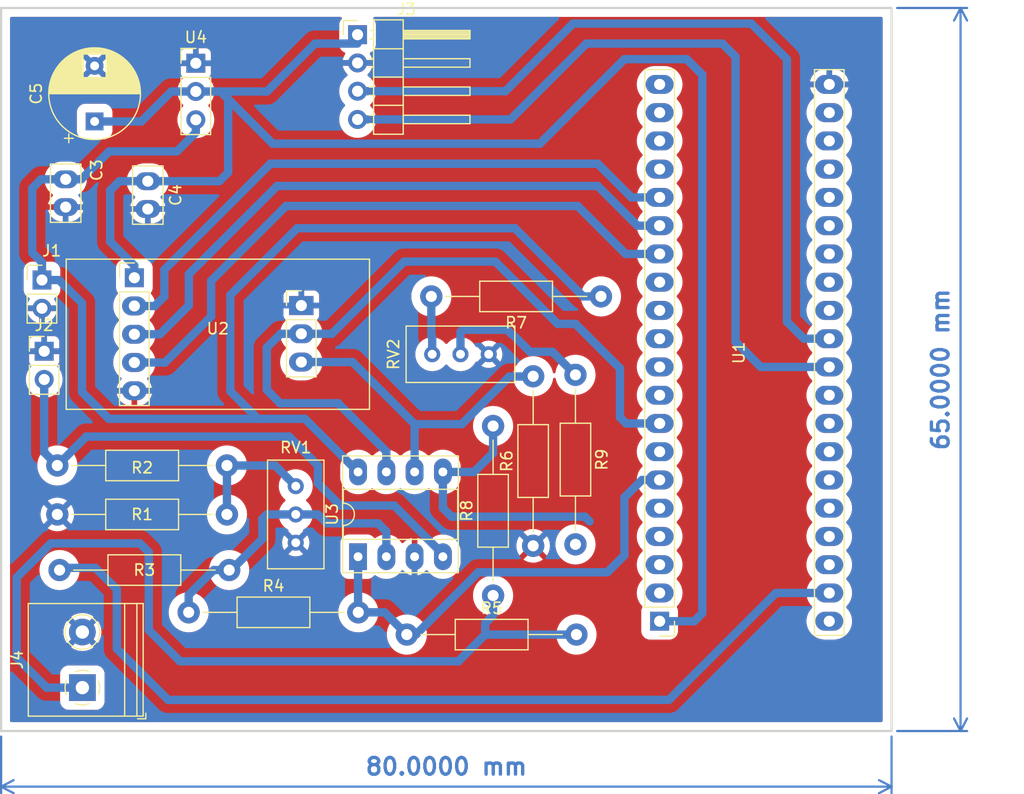
<source format=kicad_pcb>
(kicad_pcb (version 20211014) (generator pcbnew)
  (layers (0 "F.Cu" signal) (31 "B.Cu" signal) (34 "B.Paste" user) (35 "F.Paste" user) (36 "B.SilkS" user "B.Silkscreen") (37 "F.SilkS" user "F.Silkscreen") (38 "B.Mask" user) (39 "F.Mask" user) (44 "Edge.Cuts" user))
  (net 0 "")
  (net 1 "+BATT")
  (net 2 "GND")
  (net 3 "Net-(R1-Pad2)")
  (net 4 "+3.3V")
  (net 5 "-BATT")
  (net 6 "/RX")
  (net 7 "/TX")
  (net 8 "/generated_signal")
  (net 9 "Net-(R3-Pad1)")
  (net 10 "/V_DAC")
  (net 11 "/Signal_i")
  (net 12 "/POT+")
  (net 33 "/POT_U{slash}D")
  (net 34 "/POT_INC")
  (net 35 "/POT_CS")
  (net 39 "/POT_V")
  (net 46 "Net-(R7-Pad2)")
  (net 47 "Net-(U3-Pad5)")
  (net 48 "Net-(R9-Pad1)")
  (footprint "Resistor_THT:R_Axial_DIN0207_L6.3mm_D2.5mm_P15.24mm_Horizontal" (layer "F.Cu") (at 43.89 106.93 180)
    (fp_text reference "R3" (at 7.62 0) (layer "F.SilkS"))
    (fp_text value "100k")
    (pad "1" thru_hole circle (at 0 0 180) (size 2 2) (drill 1) (layers *.Cu *.Mask) (net 9 "Net-(R3-Pad1)"))
    (pad "2" thru_hole circle (at 15.24 0 180) (size 2 2) (drill 1) (layers *.Cu *.Mask) (net 10 "/V_DAC"))
  )
  (footprint "Potentiometer_THT:Potentiometer_Bourns_3386C_Horizontal" (layer "F.Cu") (at 62.13 87.53 90)
    (fp_text reference "RV2" (at 0 -3.475 90) (layer "F.SilkS"))
    (fp_text value "10k")
    (pad "1" thru_hole circle (at 0 0 90) (size 1.44 1.44) (drill 0.8) (layers *.Cu *.Mask) (net 46 "Net-(R7-Pad2)"))
    (pad "2" thru_hole circle (at 0 2.54 90) (size 1.44 1.44) (drill 0.8) (layers *.Cu *.Mask) (net 48 "Net-(R9-Pad1)"))
    (pad "3" thru_hole circle (at 0 5.08 90) (size 1.44 1.44) (drill 0.8) (layers *.Cu *.Mask) (net 2 "GND"))
  )
  (footprint "Package_DIP:DIP-8_W7.62mm_Socket_LongPads" (layer "F.Cu") (at 55.47 105.73 90)
    (fp_text reference "U3" (at 3.81 -2.33 90) (layer "F.SilkS"))
    (fp_text value "MC33202")
    (pad "1" thru_hole rect (at 0 0 90) (size 2.4 1.6) (drill 0.8) (layers *.Cu *.Mask) (net 11 "/Signal_i"))
    (pad "2" thru_hole oval (at 0 2.54 90) (size 2.4 1.6) (drill 0.8) (layers *.Cu *.Mask) (net 9 "Net-(R3-Pad1)"))
    (pad "3" thru_hole oval (at 0 5.08 90) (size 2.4 1.6) (drill 0.8) (layers *.Cu *.Mask) (net 2 "GND"))
    (pad "4" thru_hole oval (at 0 7.62 90) (size 2.4 1.6) (drill 0.8) (layers *.Cu *.Mask) (net 5 "-BATT"))
    (pad "5" thru_hole oval (at 7.62 7.62 90) (size 2.4 1.6) (drill 0.8) (layers *.Cu *.Mask) (net 47 "Net-(U3-Pad5)"))
    (pad "6" thru_hole oval (at 7.62 5.08 90) (size 2.4 1.6) (drill 0.8) (layers *.Cu *.Mask) (net 12 "/POT+"))
    (pad "7" thru_hole oval (at 7.62 2.54 90) (size 2.4 1.6) (drill 0.8) (layers *.Cu *.Mask) (net 39 "/POT_V"))
    (pad "8" thru_hole oval (at 7.62 0 90) (size 2.4 1.6) (drill 0.8) (layers *.Cu *.Mask) (net 1 "+BATT"))
  )
  (footprint "Resistor_THT:R_Axial_DIN0207_L6.3mm_D2.5mm_P15.24mm_Horizontal" (layer "F.Cu") (at 28.45 101.93)
    (fp_text reference "R1" (at 7.62 0) (layer "F.SilkS"))
    (fp_text value "180k")
    (pad "1" thru_hole circle (at 0 0) (size 2 2) (drill 1) (layers *.Cu *.Mask) (net 2 "GND"))
    (pad "2" thru_hole circle (at 15.24 0) (size 2 2) (drill 1) (layers *.Cu *.Mask) (net 3 "Net-(R1-Pad2)"))
  )
  (footprint "Capacitor_THT:C_Disc_D5.0mm_W2.5mm_P2.50mm" (layer "F.Cu") (at 36.578825 71.971174 -90)
    (fp_text reference "C4" (at 1.25 -2.5 90) (layer "F.SilkS"))
    (fp_text value "100n")
    (pad "1" thru_hole oval (at 0 0 270) (size 1.6 2.2) (drill 1) (layers *.Cu *.Mask) (net 4 "+3.3V"))
    (pad "2" thru_hole oval (at 2.5 0 270) (size 1.6 2.2) (drill 1) (layers *.Cu *.Mask) (net 2 "GND"))
  )
  (footprint "RLC_meter:X9Cxxx" (layer "F.Cu") (at 42.87 85.73)
    (fp_text reference "U2" (at 0 -0.5 unlocked) (layer "F.SilkS"))
    (fp_text value "X9Cxxx")
    (pad "1" thru_hole oval (at -7.5 0) (size 2.2 1.7) (drill 1) (layers *.Cu *.Mask) (net 34 "/POT_INC"))
    (pad "2" thru_hole oval (at -7.5 2.54) (size 2.2 1.7) (drill 1) (layers *.Cu *.Mask) (net 33 "/POT_U{slash}D"))
    (pad "3" thru_hole oval (at 7.5 2.5) (size 2.2 1.7) (drill 1) (layers *.Cu *.Mask) (net 12 "/POT+"))
    (pad "4" thru_hole oval (at -7.5 5.08) (size 2.2 1.7) (drill 1) (layers *.Cu *.Mask) (net 2 "GND"))
    (pad "5" thru_hole oval (at 7.5 -0.04) (size 2.2 1.7) (drill 1) (layers *.Cu *.Mask) (net 39 "/POT_V"))
    (pad "6" thru_hole rect (at 7.5 -2.58) (size 2.2 1.7) (drill 1) (layers *.Cu *.Mask) (net 2 "GND"))
    (pad "7" thru_hole oval (at -7.5 -2.54) (size 2.2 1.7) (drill 1) (layers *.Cu *.Mask) (net 35 "/POT_CS"))
    (pad "8" thru_hole rect (at -7.5 -5.08) (size 1.7 1.7) (drill 1) (layers *.Cu *.Mask) (net 4 "+3.3V"))
  )
  (footprint "Capacitor_THT:CP_Radial_D8.0mm_P5.00mm" (layer "F.Cu") (at 31.8 66.602651 90)
    (fp_text reference "C5" (at 2.5 -5.25 90) (layer "F.SilkS"))
    (fp_text value "100u")
    (pad "1" thru_hole rect (at 0 0 90) (size 1.6 1.6) (drill 0.8) (layers *.Cu *.Mask) (net 4 "+3.3V"))
    (pad "2" thru_hole circle (at 5 0 90) (size 1.6 1.6) (drill 0.8) (layers *.Cu *.Mask) (net 2 "GND"))
  )
  (footprint "Resistor_THT:R_Axial_DIN0207_L6.3mm_D2.5mm_P15.24mm_Horizontal" (layer "F.Cu") (at 75 89.38 -90)
    (fp_text reference "R9" (at 7.62 -2.37 90) (layer "F.SilkS"))
    (fp_text value "100k")
    (pad "1" thru_hole circle (at 0 0 270) (size 2 2) (drill 1) (layers *.Cu *.Mask) (net 48 "Net-(R9-Pad1)"))
    (pad "2" thru_hole circle (at 15.24 0 270) (size 2 2) (drill 1) (layers *.Cu *.Mask) (net 47 "Net-(U3-Pad5)"))
  )
  (footprint "Connector_PinHeader_2.54mm:PinHeader_1x02_P2.54mm_Vertical" (layer "F.Cu") (at 27.07 80.855)
    (fp_text reference "J1" (at 0.875 -2.63) (layer "F.SilkS"))
    (fp_text value "Batt1")
    (pad "1" thru_hole rect (at 0 0) (size 1.7 1.7) (drill 1) (layers *.Cu *.Mask) (net 1 "+BATT"))
    (pad "2" thru_hole oval (at 0 2.54) (size 1.7 1.7) (drill 1) (layers *.Cu *.Mask) (net 2 "GND"))
  )
  (footprint "Connector_PinHeader_2.54mm:PinHeader_1x03_P2.54mm_Vertical" (layer "F.Cu") (at 40.892708 61.366174)
    (fp_text reference "U4" (at 0 -2.33) (layer "F.SilkS"))
    (fp_text value "AMS1117-3.3")
    (pad "1" thru_hole rect (at 0 0) (size 1.7 1.7) (drill 1) (layers *.Cu *.Mask) (net 2 "GND"))
    (pad "2" thru_hole oval (at 0 2.54) (size 1.7 1.7) (drill 1) (layers *.Cu *.Mask) (net 4 "+3.3V"))
    (pad "3" thru_hole oval (at 0 5.08) (size 1.7 1.7) (drill 1) (layers *.Cu *.Mask) (net 1 "+BATT"))
  )
  (footprint "Resistor_THT:R_Axial_DIN0207_L6.3mm_D2.5mm_P15.24mm_Horizontal" (layer "F.Cu") (at 71.2 104.75 90)
    (fp_text reference "R6" (at 7.62 -2.37 90) (layer "F.SilkS"))
    (fp_text value "33")
    (pad "1" thru_hole circle (at 0 0 90) (size 2 2) (drill 1) (layers *.Cu *.Mask) (net 2 "GND"))
    (pad "2" thru_hole circle (at 15.24 0 90) (size 2 2) (drill 1) (layers *.Cu *.Mask) (net 12 "/POT+"))
  )
  (footprint "Potentiometer_THT:Potentiometer_Bourns_3386C_Horizontal" (layer "F.Cu") (at 49.87 99.39)
    (fp_text reference "RV1" (at 0 -3.475) (layer "F.SilkS"))
    (fp_text value "10k")
    (pad "1" thru_hole circle (at 0 0) (size 1.44 1.44) (drill 0.8) (layers *.Cu *.Mask) (net 3 "Net-(R1-Pad2)"))
    (pad "2" thru_hole circle (at 0 2.54) (size 1.44 1.44) (drill 0.8) (layers *.Cu *.Mask) (net 9 "Net-(R3-Pad1)"))
    (pad "3" thru_hole circle (at 0 5.08) (size 1.44 1.44) (drill 0.8) (layers *.Cu *.Mask) (net 2 "GND"))
  )
  (footprint "TerminalBlock_Philmore:TerminalBlock_Philmore_TB132_1x02_P5.00mm_Horizontal" (layer "F.Cu") (at 30.7 117.5 90)
    (fp_text reference "J4" (at 2.5 -5.86 90) (layer "F.SilkS"))
    (fp_text value "Load_terminal")
    (pad "1" thru_hole rect (at 0 0 90) (size 2.4 2.4) (drill 1.2) (layers *.Cu *.Mask) (net 8 "/generated_signal"))
    (pad "2" thru_hole circle (at 5 0 90) (size 2.4 2.4) (drill 1.2) (layers *.Cu *.Mask) (net 2 "GND"))
  )
  (footprint "Resistor_THT:R_Axial_DIN0207_L6.3mm_D2.5mm_P15.24mm_Horizontal" (layer "F.Cu") (at 67.6 109.22 90)
    (fp_text reference "R8" (at 7.62 -2.37 90) (layer "F.SilkS"))
    (fp_text value "100k")
    (pad "1" thru_hole circle (at 0 0 90) (size 2 2) (drill 1) (layers *.Cu *.Mask) (net 8 "/generated_signal"))
    (pad "2" thru_hole circle (at 15.24 0 90) (size 2 2) (drill 1) (layers *.Cu *.Mask) (net 47 "Net-(U3-Pad5)"))
  )
  (footprint "Connector_PinHeader_2.54mm:PinHeader_1x04_P2.54mm_Horizontal" (layer "F.Cu") (at 55.425 58.8)
    (fp_text reference "J3" (at 4.385 -2.27) (layer "F.SilkS"))
    (fp_text value "HC05")
    (pad "1" thru_hole rect (at 0 0) (size 1.7 1.7) (drill 1) (layers *.Cu *.Mask) (net 4 "+3.3V"))
    (pad "2" thru_hole oval (at 0 2.54) (size 1.7 1.7) (drill 1) (layers *.Cu *.Mask) (net 2 "GND"))
    (pad "3" thru_hole oval (at 0 5.08) (size 1.7 1.7) (drill 1) (layers *.Cu *.Mask) (net 6 "/RX"))
    (pad "4" thru_hole oval (at 0 7.62) (size 1.7 1.7) (drill 1) (layers *.Cu *.Mask) (net 7 "/TX"))
  )
  (footprint "Resistor_THT:R_Axial_DIN0207_L6.3mm_D2.5mm_P15.24mm_Horizontal" (layer "F.Cu") (at 40.25 110.73)
    (fp_text reference "R4" (at 7.62 -2.37) (layer "F.SilkS"))
    (fp_text value "100k")
    (pad "1" thru_hole circle (at 0 0) (size 2 2) (drill 1) (layers *.Cu *.Mask) (net 9 "Net-(R3-Pad1)"))
    (pad "2" thru_hole circle (at 15.24 0) (size 2 2) (drill 1) (layers *.Cu *.Mask) (net 11 "/Signal_i"))
  )
  (footprint "RLC_meter:LPC845" (layer "F.Cu") (at 90.183883 87.4 90)
    (fp_text reference "U1" (at 0 -0.5 90 unlocked) (layer "F.SilkS"))
    (fp_text value "LPC845")
    (pad "1" thru_hole oval (at -24.13 7.62 180) (size 2.5 1.7) (drill 1) (layers *.Cu *.Mask))
    (pad "2" thru_hole oval (at -21.59 7.62 180) (size 2.5 1.7) (drill 1) (layers *.Cu *.Mask) (net 10 "/V_DAC"))
    (pad "3" thru_hole oval (at -19.05 7.62 180) (size 2.5 1.7) (drill 1) (layers *.Cu *.Mask))
    (pad "4" thru_hole oval (at -16.51 7.62 180) (size 2.5 1.7) (drill 1) (layers *.Cu *.Mask))
    (pad "5" thru_hole oval (at -13.97 7.62 180) (size 2.5 1.7) (drill 1) (layers *.Cu *.Mask))
    (pad "6" thru_hole oval (at -11.43 7.62 180) (size 2.5 1.7) (drill 1) (layers *.Cu *.Mask))
    (pad "7" thru_hole oval (at -8.89 7.62 180) (size 2.5 1.7) (drill 1) (layers *.Cu *.Mask))
    (pad "8" thru_hole oval (at -6.35 7.62 180) (size 2.5 1.7) (drill 1) (layers *.Cu *.Mask))
    (pad "9" thru_hole oval (at -3.81 7.62 180) (size 2.5 1.7) (drill 1) (layers *.Cu *.Mask))
    (pad "10" thru_hole oval (at -1.27 7.62 180) (size 2.5 1.7) (drill 1) (layers *.Cu *.Mask) (net 7 "/TX"))
    (pad "11" thru_hole oval (at 1.27 7.62 180) (size 2.5 1.7) (drill 1) (layers *.Cu *.Mask) (net 6 "/RX"))
    (pad "12" thru_hole oval (at 3.81 7.62 180) (size 2.5 1.7) (drill 1) (layers *.Cu *.Mask))
    (pad "13" thru_hole oval (at 6.35 7.62 180) (size 2.5 1.7) (drill 1) (layers *.Cu *.Mask))
    (pad "14" thru_hole oval (at 8.89 7.62 180) (size 2.5 1.7) (drill 1) (layers *.Cu *.Mask))
    (pad "15" thru_hole oval (at 11.43 7.62 180) (size 2.5 1.7) (drill 1) (layers *.Cu *.Mask))
    (pad "16" thru_hole oval (at 13.97 7.62 180) (size 2.5 1.7) (drill 1) (layers *.Cu *.Mask))
    (pad "17" thru_hole oval (at 16.51 7.62 180) (size 2.5 1.7) (drill 1) (layers *.Cu *.Mask))
    (pad "18" thru_hole oval (at 19.05 7.62 180) (size 2.5 1.7) (drill 1) (layers *.Cu *.Mask))
    (pad "19" thru_hole oval (at 21.59 7.62 180) (size 2.5 1.7) (drill 1) (layers *.Cu *.Mask))
    (pad "20" thru_hole oval (at 24.13 7.62 180) (size 2.5 1.7) (drill 1) (layers *.Cu *.Mask) (net 2 "GND"))
    (pad "21" thru_hole oval (at 24.13 -7.62 180) (size 2.5 1.7) (drill 1) (layers *.Cu *.Mask))
    (pad "22" thru_hole oval (at 21.59 -7.62 180) (size 2.5 1.7) (drill 1) (layers *.Cu *.Mask))
    (pad "23" thru_hole oval (at 19.05 -7.62 180) (size 2.5 1.7) (drill 1) (layers *.Cu *.Mask))
    (pad "24" thru_hole oval (at 16.51 -7.62 180) (size 2.5 1.7) (drill 1) (layers *.Cu *.Mask))
    (pad "25" thru_hole oval (at 13.97 -7.62 180) (size 2.5 1.7) (drill 1) (layers *.Cu *.Mask) (net 35 "/POT_CS"))
    (pad "26" thru_hole oval (at 11.43 -7.62 180) (size 2.5 1.7) (drill 1) (layers *.Cu *.Mask) (net 34 "/POT_INC"))
    (pad "27" thru_hole oval (at 8.89 -7.62 180) (size 2.5 1.7) (drill 1) (layers *.Cu *.Mask) (net 33 "/POT_U{slash}D"))
    (pad "28" thru_hole oval (at 6.35 -7.62 180) (size 2.5 1.7) (drill 1) (layers *.Cu *.Mask))
    (pad "29" thru_hole oval (at 3.81 -7.62 180) (size 2.5 1.7) (drill 1) (layers *.Cu *.Mask))
    (pad "30" thru_hole oval (at 1.27 -7.62 180) (size 2.5 1.7) (drill 1) (layers *.Cu *.Mask))
    (pad "31" thru_hole oval (at -1.27 -7.62 180) (size 2.5 1.7) (drill 1) (layers *.Cu *.Mask))
    (pad "32" thru_hole oval (at -3.81 -7.62 180) (size 2.5 1.7) (drill 1) (layers *.Cu *.Mask))
    (pad "33" thru_hole oval (at -6.35 -7.62 180) (size 2.5 1.7) (drill 1) (layers *.Cu *.Mask) (net 39 "/POT_V"))
    (pad "34" thru_hole oval (at -8.89 -7.62 180) (size 2.5 1.7) (drill 1) (layers *.Cu *.Mask))
    (pad "35" thru_hole oval (at -11.43 -7.62 180) (size 2.5 1.7) (drill 1) (layers *.Cu *.Mask) (net 11 "/Signal_i"))
    (pad "36" thru_hole oval (at -13.97 -7.62 180) (size 2.5 1.7) (drill 1) (layers *.Cu *.Mask))
    (pad "37" thru_hole oval (at -16.51 -7.62 180) (size 2.5 1.7) (drill 1) (layers *.Cu *.Mask))
    (pad "38" thru_hole oval (at -19.05 -7.62 180) (size 2.5 1.7) (drill 1) (layers *.Cu *.Mask))
    (pad "39" thru_hole oval (at -21.59 -7.62 180) (size 2.5 1.7) (drill 1) (layers *.Cu *.Mask))
    (pad "40" thru_hole rect (at -24.13 -7.62 180) (size 1.7 1.7) (drill 1) (layers *.Cu *.Mask) (net 4 "+3.3V"))
  )
  (footprint "Capacitor_THT:C_Disc_D5.0mm_W2.5mm_P2.50mm" (layer "F.Cu") (at 29.2 71.8 -90)
    (fp_text reference "C3" (at -0.82 -2.786117 90) (layer "F.SilkS"))
    (fp_text value "100n")
    (pad "1" thru_hole oval (at 0 0 270) (size 1.6 2.2) (drill 1) (layers *.Cu *.Mask) (net 1 "+BATT"))
    (pad "2" thru_hole oval (at 2.5 0 270) (size 1.6 2.2) (drill 1) (layers *.Cu *.Mask) (net 2 "GND"))
  )
  (footprint "Resistor_THT:R_Axial_DIN0207_L6.3mm_D2.5mm_P15.24mm_Horizontal" (layer "F.Cu") (at 59.85 112.73)
    (fp_text reference "R5" (at 7.62 -2.37) (layer "F.SilkS"))
    (fp_text value "470")
    (pad "1" thru_hole circle (at 0 0) (size 2 2) (drill 1) (layers *.Cu *.Mask) (net 11 "/Signal_i"))
    (pad "2" thru_hole circle (at 15.24 0) (size 2 2) (drill 1) (layers *.Cu *.Mask) (net 8 "/generated_signal"))
  )
  (footprint "Resistor_THT:R_Axial_DIN0207_L6.3mm_D2.5mm_P15.24mm_Horizontal" (layer "F.Cu") (at 77.29 82.33 180)
    (fp_text reference "R7" (at 7.62 -2.37) (layer "F.SilkS"))
    (fp_text value "150k")
    (pad "1" thru_hole circle (at 0 0 180) (size 2 2) (drill 1) (layers *.Cu *.Mask) (net 1 "+BATT"))
    (pad "2" thru_hole circle (at 15.24 0 180) (size 2 2) (drill 1) (layers *.Cu *.Mask) (net 46 "Net-(R7-Pad2)"))
  )
  (footprint "Resistor_THT:R_Axial_DIN0207_L6.3mm_D2.5mm_P15.24mm_Horizontal" (layer "F.Cu") (at 43.69 97.53 180)
    (fp_text reference "R2" (at 7.62 -0.2) (layer "F.SilkS"))
    (fp_text value "4.7k")
    (pad "1" thru_hole circle (at 0 0 180) (size 2 2) (drill 1) (layers *.Cu *.Mask) (net 3 "Net-(R1-Pad2)"))
    (pad "2" thru_hole circle (at 15.24 0 180) (size 2 2) (drill 1) (layers *.Cu *.Mask) (net 5 "-BATT"))
  )
  (footprint "Connector_PinHeader_2.54mm:PinHeader_1x02_P2.54mm_Vertical" (layer "F.Cu") (at 27.27 87.255)
    (fp_text reference "J2" (at 0 -2.33) (layer "F.SilkS"))
    (fp_text value "Batt2")
    (pad "1" thru_hole rect (at 0 0) (size 1.7 1.7) (drill 1) (layers *.Cu *.Mask) (net 2 "GND"))
    (pad "2" thru_hole oval (at 0 2.54) (size 1.7 1.7) (drill 1) (layers *.Cu *.Mask) (net 5 "-BATT"))
  )
  (gr_line (start 103.4 56.4) (end 23.4 56.4) (layer "Edge.Cuts") (width 0.2))
  (gr_line (start 23.4 56.4) (end 23.4 121.4) (layer "Edge.Cuts") (width 0.2))
  (gr_line (start 103.4 121.4) (end 103.4 56.4) (layer "Edge.Cuts") (width 0.2))
  (gr_line (start 23.4 121.4) (end 103.4 121.4) (layer "Edge.Cuts") (width 0.2))
  (dimension (type aligned) (layer "B.Cu") (pts (xy 103.4 121.4) (xy 23.4 121.4)) (height -5) (gr_text "80,0000 mm" (at 63.4 124.6) (layer "B.Cu") (effects (font (size 1.5 1.5) (thickness 0.3)))) (format (units 3) (units_format 1) (precision 4)) (style (thickness 0.2) (arrow_length 1.27) (text_position_mode 0) (extension_height 0.58642) (extension_offset 0.5) keep_text_aligned))
  (dimension (type aligned) (layer "B.Cu") (pts (xy 103.4 121.4) (xy 103.4 56.4)) (height 6.2) (gr_text "65,0000 mm" (at 107.8 88.9 90) (layer "B.Cu") (effects (font (size 1.5 1.5) (thickness 0.3)))) (format (units 3) (units_format 1) (precision 4)) (style (thickness 0.2) (arrow_length 1.27) (text_position_mode 0) (extension_height 0.58642) (extension_offset 0.5) keep_text_aligned))
  (segment (start 39.2 69.291174) (end 40.892708 67.598466) (width 0.75) (layer "B.Cu") (net 1))
  (segment (start 33.07 93.33) (end 30.67 90.93) (width 0.75) (layer "B.Cu") (net 1))
  (segment (start 44 82.2) (end 44 90.86) (width 0.75) (layer "B.Cu") (net 1))
  (segment (start 40.892708 67.598466) (end 40.892708 66.446174) (width 0.75) (layer "B.Cu") (net 1))
  (segment (start 75.69 82.33) (end 69.56 76.2) (width 0.75) (layer "B.Cu") (net 1))
  (segment (start 27.07 80.855) (end 27.07 79.27) (width 0.75) (layer "B.Cu") (net 1))
  (segment (start 44 90.86) (end 46.47 93.33) (width 0.75) (layer "B.Cu") (net 1))
  (segment (start 33.108826 69.291174) (end 39.2 69.291174) (width 0.75) (layer "B.Cu") (net 1))
  (segment (start 50.69 93.33) (end 55.47 98.11) (width 0.75) (layer "B.Cu") (net 1))
  (segment (start 77.29 82.33) (end 75.69 82.33) (width 0.75) (layer "B.Cu") (net 1))
  (segment (start 26.2 78.4) (end 26.2 72.6) (width 0.75) (layer "B.Cu") (net 1))
  (segment (start 27 71.8) (end 29.2 71.8) (width 0.75) (layer "B.Cu") (net 1))
  (segment (start 69.56 76.2) (end 50 76.2) (width 0.75) (layer "B.Cu") (net 1))
  (segment (start 28.595 80.855) (end 27.07 80.855) (width 0.75) (layer "B.Cu") (net 1))
  (segment (start 26.2 72.6) (end 27 71.8) (width 0.75) (layer "B.Cu") (net 1))
  (segment (start 46.47 93.33) (end 50.69 93.33) (width 0.75) (layer "B.Cu") (net 1))
  (segment (start 46.47 93.33) (end 33.07 93.33) (width 0.75) (layer "B.Cu") (net 1))
  (segment (start 29.2 71.8) (end 30.6 71.8) (width 0.75) (layer "B.Cu") (net 1))
  (segment (start 30.67 90.93) (end 30.67 82.93) (width 0.75) (layer "B.Cu") (net 1))
  (segment (start 50 76.2) (end 44 82.2) (width 0.75) (layer "B.Cu") (net 1))
  (segment (start 30.67 82.93) (end 28.595 80.855) (width 0.75) (layer "B.Cu") (net 1))
  (segment (start 30.6 71.8) (end 33.108826 69.291174) (width 0.75) (layer "B.Cu") (net 1))
  (segment (start 27.07 79.27) (end 26.2 78.4) (width 0.75) (layer "B.Cu") (net 1))
  (segment (start 43.69 97.73) (end 43.49 97.53) (width 0.75) (layer "B.Cu") (net 3))
  (segment (start 43.69 97.53) (end 48.01 97.53) (width 0.75) (layer "B.Cu") (net 3))
  (segment (start 48.01 97.53) (end 49.87 99.39) (width 0.75) (layer "B.Cu") (net 3))
  (segment (start 43.69 101.93) (end 43.69 97.73) (width 0.75) (layer "B.Cu") (net 3))
  (segment (start 35.37 80.65) (end 35.37 79.57) (width 0.75) (layer "B.Cu") (net 4))
  (segment (start 40.892708 63.906174) (end 43.107708 63.906174) (width 0.75) (layer "B.Cu") (net 4))
  (segment (start 35.37 79.57) (end 33.2 77.4) (width 0.75) (layer "B.Cu") (net 4))
  (segment (start 51.6 59.6) (end 55.408883 59.6) (width 0.75) (layer "B.Cu") (net 4))
  (segment (start 34.028826 71.971174) (end 36.578825 71.971174) (width 0.75) (layer "B.Cu") (net 4))
  (segment (start 43.107708 63.906174) (end 43.8 64.598466) (width 0.75) (layer "B.Cu") (net 4))
  (segment (start 86.4 110.8) (end 85.67 111.53) (width 0.75) (layer "B.Cu") (net 4))
  (segment (start 43.012708 71.971174) (end 36.578825 71.971174) (width 0.75) (layer "B.Cu") (net 4))
  (segment (start 33.2 77.4) (end 33.2 72.8) (width 0.75) (layer "B.Cu") (net 4))
  (segment (start 85.67 111.53) (end 82.563883 111.53) (width 0.75) (layer "B.Cu") (net 4))
  (segment (start 43.8 64.598466) (end 43.8 71.183882) (width 0.75) (layer "B.Cu") (net 4))
  (segment (start 79.4 61) (end 85 61) (width 0.75) (layer "B.Cu") (net 4))
  (segment (start 33.2 72.8) (end 34.028826 71.971174) (width 0.75) (layer "B.Cu") (net 4))
  (segment (start 43.107708 63.906174) (end 47.293826 63.906174) (width 0.75) (layer "B.Cu") (net 4))
  (segment (start 71.8 68.6) (end 79.4 61) (width 0.75) (layer "B.Cu") (net 4))
  (segment (start 86.4 62.4) (end 86.4 110.8) (width 0.75) (layer "B.Cu") (net 4))
  (segment (start 47.801534 68.6) (end 71.8 68.6) (width 0.75) (layer "B.Cu") (net 4))
  (segment (start 47.293826 63.906174) (end 51.6 59.6) (width 0.75) (layer "B.Cu") (net 4))
  (segment (start 43.8 71.183882) (end 43.012708 71.971174) (width 0.75) (layer "B.Cu") (net 4))
  (segment (start 38.693826 63.906174) (end 40.892708 63.906174) (width 0.75) (layer "B.Cu") (net 4))
  (segment (start 31.8 66.602651) (end 35.997349 66.602651) (width 0.75) (layer "B.Cu") (net 4))
  (segment (start 35.997349 66.602651) (end 38.693826 63.906174) (width 0.75) (layer "B.Cu") (net 4))
  (segment (start 43.8 64.598466) (end 47.801534 68.6) (width 0.75) (layer "B.Cu") (net 4))
  (segment (start 85 61) (end 86.4 62.4) (width 0.75) (layer "B.Cu") (net 4))
  (segment (start 63.09 105.73) (end 63.09 105.501192) (width 0.75) (layer "B.Cu") (net 5))
  (segment (start 51.87 99.13) (end 51.87 97.53) (width 0.75) (layer "B.Cu") (net 5))
  (segment (start 53.87 101.13) (end 51.87 99.13) (width 0.75) (layer "B.Cu") (net 5))
  (segment (start 27.27 96.35) (end 28.45 97.53) (width 0.75) (layer "B.Cu") (net 5))
  (segment (start 31.05 94.93) (end 28.45 97.53) (width 0.75) (layer "B.Cu") (net 5))
  (segment (start 51.87 97.53) (end 49.27 94.93) (width 0.75) (layer "B.Cu") (net 5))
  (segment (start 49.27 94.93) (end 31.05 94.93) (width 0.75) (layer "B.Cu") (net 5))
  (segment (start 27.27 89.795) (end 27.27 96.35) (width 0.75) (layer "B.Cu") (net 5))
  (segment (start 63.09 105.501192) (end 58.718808 101.13) (width 0.75) (layer "B.Cu") (net 5))
  (segment (start 58.718808 101.13) (end 53.87 101.13) (width 0.75) (layer "B.Cu") (net 5))
  (segment (start 95.53 86.13) (end 97.803883 86.13) (width 0.75) (layer "B.Cu") (net 6))
  (segment (start 94 61) (end 94 84.6) (width 0.75) (layer "B.Cu") (net 6))
  (segment (start 94 84.6) (end 95.53 86.13) (width 0.75) (layer "B.Cu") (net 6))
  (segment (start 74.783883 57.8) (end 90.8 57.8) (width 0.75) (layer "B.Cu") (net 6))
  (segment (start 90.8 57.8) (end 94 61) (width 0.75) (layer "B.Cu") (net 6))
  (segment (start 68.703883 63.88) (end 74.783883 57.8) (width 0.75) (layer "B.Cu") (net 6))
  (segment (start 55.425 63.88) (end 68.703883 63.88) (width 0.75) (layer "B.Cu") (net 6))
  (segment (start 88.2 59.6) (end 89.383883 60.783883) (width 0.75) (layer "B.Cu") (net 7))
  (segment (start 75.983883 59.6) (end 88.2 59.6) (width 0.75) (layer "B.Cu") (net 7))
  (segment (start 89.383883 86.4) (end 91.653883 88.67) (width 0.75) (layer "B.Cu") (net 7))
  (segment (start 89.383883 60.783883) (end 89.383883 86.4) (width 0.75) (layer "B.Cu") (net 7))
  (segment (start 55.425 66.42) (end 69.163883 66.42) (width 0.75) (layer "B.Cu") (net 7))
  (segment (start 69.163883 66.42) (end 75.983883 59.6) (width 0.75) (layer "B.Cu") (net 7))
  (segment (start 91.653883 88.67) (end 97.803883 88.67) (width 0.75) (layer "B.Cu") (net 7))
  (segment (start 67.6 111) (end 67.6 109.22) (width 0.75) (layer "B.Cu") (net 8))
  (segment (start 27.87 104.53) (end 24.8 107.6) (width 0.75) (layer "B.Cu") (net 8))
  (segment (start 27.5 117.5) (end 30.7 117.5) (width 0.75) (layer "B.Cu") (net 8))
  (segment (start 39.47 115.13) (end 36.67 112.33) (width 0.75) (layer "B.Cu") (net 8))
  (segment (start 36.67 112.33) (end 36.67 105.33) (width 0.75) (layer "B.Cu") (net 8))
  (segment (start 24.8 114.8) (end 27.5 117.5) (width 0.75) (layer "B.Cu") (net 8))
  (segment (start 64.49 115.13) (end 39.47 115.13) (width 0.75) (layer "B.Cu") (net 8))
  (segment (start 75.09 112.73) (end 66.89 112.73) (width 0.75) (layer "B.Cu") (net 8))
  (segment (start 36.67 105.33) (end 35.87 104.53) (width 0.75) (layer "B.Cu") (net 8))
  (segment (start 24.8 107.6) (end 24.8 114.8) (width 0.75) (layer "B.Cu") (net 8))
  (segment (start 35.87 104.53) (end 27.87 104.53) (width 0.75) (layer "B.Cu") (net 8))
  (segment (start 66.89 112.73) (end 64.49 115.13) (width 0.75) (layer "B.Cu") (net 8))
  (segment (start 67.6 111) (end 66.89 111.71) (width 0.75) (layer "B.Cu") (net 8))
  (segment (start 66.89 111.71) (end 66.89 112.73) (width 0.75) (layer "B.Cu") (net 8))
  (segment (start 42.49 106.93) (end 44.07 106.93) (width 0.75) (layer "B.Cu") (net 9))
  (segment (start 51.87 101.93) (end 49.87 101.93) (width 0.75) (layer "B.Cu") (net 9))
  (segment (start 44.07 106.93) (end 46.87 104.13) (width 0.75) (layer "B.Cu") (net 9))
  (segment (start 47.27 101.93) (end 49.87 101.93) (width 0.75) (layer "B.Cu") (net 9))
  (segment (start 40.25 110.73) (end 40.25 109.17) (width 0.75) (layer "B.Cu") (net 9))
  (segment (start 40.25 109.17) (end 42.49 106.93) (width 0.75) (layer "B.Cu") (net 9))
  (segment (start 58.01 103.47) (end 57.27 102.73) (width 0.75) (layer "B.Cu") (net 9))
  (segment (start 52.67 102.73) (end 51.87 101.93) (width 0.75) (layer "B.Cu") (net 9))
  (segment (start 57.27 102.73) (end 52.67 102.73) (width 0.75) (layer "B.Cu") (net 9))
  (segment (start 58.01 105.73) (end 58.01 103.47) (width 0.75) (layer "B.Cu") (net 9))
  (segment (start 46.87 104.13) (end 46.87 102.33) (width 0.75) (layer "B.Cu") (net 9))
  (segment (start 46.87 102.33) (end 47.27 101.93) (width 0.75) (layer "B.Cu") (net 9))
  (segment (start 28.45 106.73) (end 31.87 106.73) (width 0.75) (layer "B.Cu") (net 10))
  (segment (start 83.4 118.6) (end 93.01 108.99) (width 0.75) (layer "B.Cu") (net 10))
  (segment (start 38.4 118.6) (end 83.4 118.6) (width 0.75) (layer "B.Cu") (net 10))
  (segment (start 33.8 108.66) (end 33.8 114) (width 0.75) (layer "B.Cu") (net 10))
  (segment (start 93.01 108.99) (end 97.803883 108.99) (width 0.75) (layer "B.Cu") (net 10))
  (segment (start 33.8 114) (end 38.4 118.6) (width 0.75) (layer "B.Cu") (net 10))
  (segment (start 31.87 106.73) (end 33.8 108.66) (width 0.75) (layer "B.Cu") (net 10))
  (segment (start 77.87 107.13) (end 79.4 105.6) (width 0.75) (layer "B.Cu") (net 11))
  (segment (start 66.27 107.13) (end 77.87 107.13) (width 0.75) (layer "B.Cu") (net 11))
  (segment (start 79.4 105.6) (end 79.4 100.4) (width 0.75) (layer "B.Cu") (net 11))
  (segment (start 57.85 110.73) (end 59.85 112.73) (width 0.75) (layer "B.Cu") (net 11))
  (segment (start 55.47 105.73) (end 55.47 110.71) (width 0.75) (layer "B.Cu") (net 11))
  (segment (start 55.47 110.71) (end 55.49 110.73) (width 0.75) (layer "B.Cu") (net 11))
  (segment (start 55.49 110.73) (end 57.85 110.73) (width 0.75) (layer "B.Cu") (net 11))
  (segment (start 60.67 112.73) (end 66.27 107.13) (width 0.75) (layer "B.Cu") (net 11))
  (segment (start 59.85 112.73) (end 60.67 112.73) (width 0.75) (layer "B.Cu") (net 11))
  (segment (start 80.97 98.83) (end 82.563883 98.83) (width 0.75) (layer "B.Cu") (net 11))
  (segment (start 79.4 100.4) (end 80.97 98.83) (width 0.75) (layer "B.Cu") (net 11))
  (segment (start 54.97 88.23) (end 60.55 93.81) (width 0.75) (layer "B.Cu") (net 12))
  (segment (start 69.07 89.53) (end 71.18 89.53) (width 0.75) (layer "B.Cu") (net 12))
  (segment (start 60.55 93.81) (end 60.55 98.11) (width 0.75) (layer "B.Cu") (net 12))
  (segment (start 50.37 88.23) (end 54.97 88.23) (width 0.75) (layer "B.Cu") (net 12))
  (segment (start 64.79 93.81) (end 69.07 89.53) (width 0.75) (layer "B.Cu") (net 12))
  (segment (start 60.55 93.81) (end 64.79 93.81) (width 0.75) (layer "B.Cu") (net 12))
  (segment (start 71.18 89.53) (end 71.2 89.51) (width 0.75) (layer "B.Cu") (net 12))
  (segment (start 42.27 80.93) (end 49 74.2) (width 0.75) (layer "B.Cu") (net 33))
  (segment (start 42.27 84.13) (end 42.27 80.93) (width 0.75) (layer "B.Cu") (net 33))
  (segment (start 35.37 88.27) (end 38.13 88.27) (width 0.75) (layer "B.Cu") (net 33))
  (segment (start 38.13 88.27) (end 42.27 84.13) (width 0.75) (layer "B.Cu") (net 33))
  (segment (start 49 74.2) (end 75.2 74.2) (width 0.75) (layer "B.Cu") (net 33))
  (segment (start 79.51 78.51) (end 82.563883 78.51) (width 0.75) (layer "B.Cu") (net 33))
  (segment (start 75.2 74.2) (end 79.51 78.51) (width 0.75) (layer "B.Cu") (net 33))
  (segment (start 40.27 83.13) (end 40.27 80.33) (width 0.75) (layer "B.Cu") (net 34))
  (segment (start 80.57 75.97) (end 82.563883 75.97) (width 0.75) (layer "B.Cu") (net 34))
  (segment (start 77 72.4) (end 80.57 75.97) (width 0.75) (layer "B.Cu") (net 34))
  (segment (start 48.2 72.4) (end 77 72.4) (width 0.75) (layer "B.Cu") (net 34))
  (segment (start 40.27 80.33) (end 48.2 72.4) (width 0.75) (layer "B.Cu") (net 34))
  (segment (start 37.67 85.73) (end 40.27 83.13) (width 0.75) (layer "B.Cu") (net 34))
  (segment (start 35.37 85.73) (end 37.67 85.73) (width 0.75) (layer "B.Cu") (net 34))
  (segment (start 80.03 73.43) (end 82.563883 73.43) (width 0.75) (layer "B.Cu") (net 35))
  (segment (start 38.07 79.93) (end 47.6 70.4) (width 0.75) (layer "B.Cu") (net 35))
  (segment (start 38.07 82.33) (end 38.07 79.93) (width 0.75) (layer "B.Cu") (net 35))
  (segment (start 35.37 83.19) (end 37.21 83.19) (width 0.75) (layer "B.Cu") (net 35))
  (segment (start 77 70.4) (end 80.03 73.43) (width 0.75) (layer "B.Cu") (net 35))
  (segment (start 47.6 70.4) (end 77 70.4) (width 0.75) (layer "B.Cu") (net 35))
  (segment (start 37.21 83.19) (end 38.07 82.33) (width 0.75) (layer "B.Cu") (net 35))
  (segment (start 50.37 85.69) (end 48.51 85.69) (width 0.75) (layer "B.Cu") (net 39))
  (segment (start 73.4 84.8) (end 75 84.8) (width 0.75) (layer "B.Cu") (net 39))
  (segment (start 48.47 91.93) (end 53.67 91.93) (width 0.75) (layer "B.Cu") (net 39))
  (segment (start 59.6 79.2) (end 67.8 79.2) (width 0.75) (layer "B.Cu") (net 39))
  (segment (start 79 88.8) (end 79 93.2) (width 0.75) (layer "B.Cu") (net 39))
  (segment (start 58.01 96.27) (end 58.01 98.11) (width 0.75) (layer "B.Cu") (net 39))
  (segment (start 47.27 90.73) (end 48.47 91.93) (width 0.75) (layer "B.Cu") (net 39))
  (segment (start 47.27 88.33) (end 47.27 90.73) (width 0.75) (layer "B.Cu") (net 39))
  (segment (start 53.11 85.69) (end 59.6 79.2) (width 0.75) (layer "B.Cu") (net 39))
  (segment (start 47.27 86.93) (end 47.27 88.33) (width 0.75) (layer "B.Cu") (net 39))
  (segment (start 48.51 85.69) (end 47.27 86.93) (width 0.75) (layer "B.Cu") (net 39))
  (segment (start 79 93.2) (end 79.55 93.75) (width 0.75) (layer "B.Cu") (net 39))
  (segment (start 50.37 85.69) (end 53.11 85.69) (width 0.75) (layer "B.Cu") (net 39))
  (segment (start 53.67 91.93) (end 58.01 96.27) (width 0.75) (layer "B.Cu") (net 39))
  (segment (start 79.55 93.75) (end 82.563883 93.75) (width 0.75) (layer "B.Cu") (net 39))
  (segment (start 67.8 79.2) (end 73.4 84.8) (width 0.75) (layer "B.Cu") (net 39))
  (segment (start 75 84.8) (end 79 88.8) (width 0.75) (layer "B.Cu") (net 39))
  (segment (start 62.05 85.91) (end 62.05 82.33) (width 0.75) (layer "B.Cu") (net 46))
  (segment (start 62.13 85.99) (end 62.05 85.91) (width 0.75) (layer "B.Cu") (net 46))
  (segment (start 62.13 85.99) (end 62.13 87.53) (width 0.75) (layer "B.Cu") (net 46))
  (segment (start 75.85 102.13) (end 76.27 102.55) (width 0.75) (layer "B.Cu") (net 47))
  (segment (start 65.89 98.11) (end 67.6 96.4) (width 0.75) (layer "B.Cu") (net 47))
  (segment (start 63.09 98.11) (end 65.89 98.11) (width 0.75) (layer "B.Cu") (net 47))
  (segment (start 63.87 102.13) (end 75.85 102.13) (width 0.75) (layer "B.Cu") (net 47))
  (segment (start 63.09 98.11) (end 63.09 101.35) (width 0.75) (layer "B.Cu") (net 47))
  (segment (start 67.6 96.4) (end 67.6 93.98) (width 0.75) (layer "B.Cu") (net 47))
  (segment (start 63.09 101.35) (end 63.87 102.13) (width 0.75) (layer "B.Cu") (net 47))
  (segment (start 72.93 87.31) (end 75 89.38) (width 0.75) (layer "B.Cu") (net 48))
  (segment (start 68.87 85.33) (end 69.27 85.73) (width 0.75) (layer "B.Cu") (net 48))
  (segment (start 64.87 85.33) (end 68.87 85.33) (width 0.75) (layer "B.Cu") (net 48))
  (segment (start 64.67 85.53) (end 64.87 85.33) (width 0.75) (layer "B.Cu") (net 48))
  (segment (start 69.341651 85.73) (end 70.921651 87.31) (width 0.75) (layer "B.Cu") (net 48))
  (segment (start 69.27 85.73) (end 69.341651 85.73) (width 0.75) (layer "B.Cu") (net 48))
  (segment (start 70.921651 87.31) (end 72.93 87.31) (width 0.75) (layer "B.Cu") (net 48))
  (segment (start 64.67 87.53) (end 64.67 85.53) (width 0.75) (layer "B.Cu") (net 48))
  (zone (net 2) (net_name "GND") (layers F&B.Cu) (connect_pads (clearance 0.8)) (min_thickness 0.254) (fill yes (thermal_gap 0.508) (thermal_bridge_width 0.508))
    (polygon (pts (xy 103.4 121.4) (xy 23.4 121.4) (xy 23.4 56.4) (xy 103.4 56.4)))
  )
)
</source>
